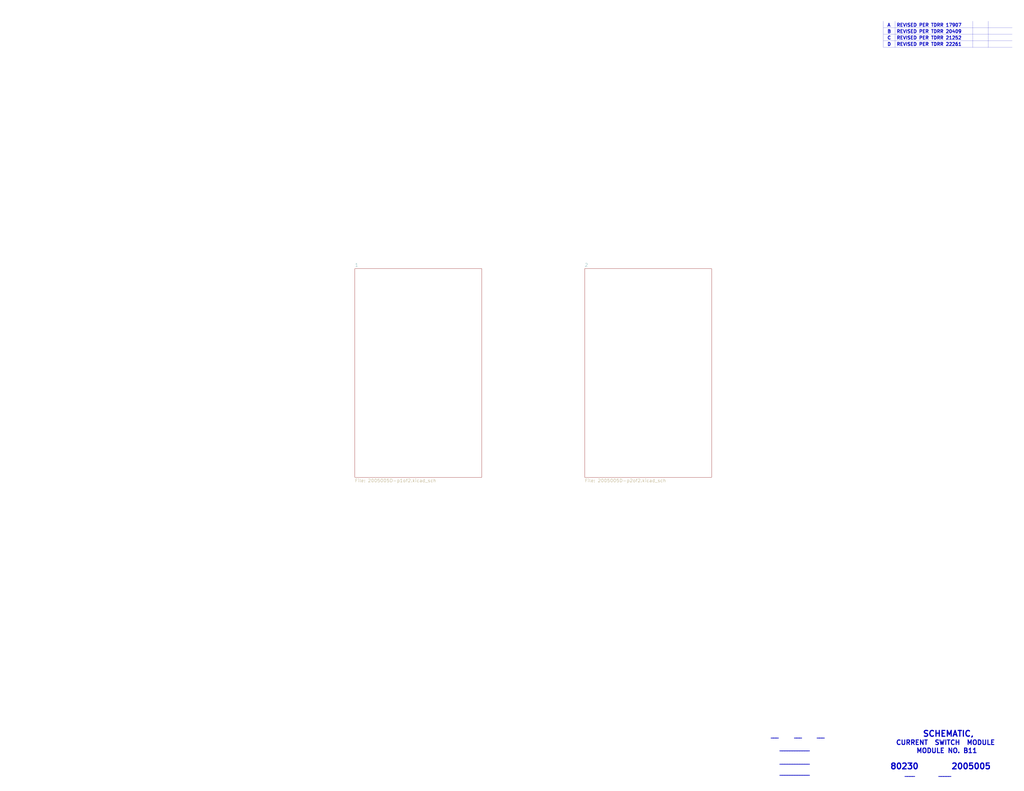
<source format=kicad_sch>
(kicad_sch (version 20211123) (generator eeschema)
  (paper "E")
  (lib_symbols)
  (polyline (pts (xy 1061.5422 23.114) (xy 1061.5422 51.816)) (stroke (width 0) (type solid)))
  (polyline (pts (xy 964.3872 51.816) (xy 1104.7222 51.816)) (stroke (width 0) (type solid)))
  (polyline (pts (xy 1078.4332 23.114) (xy 1078.4332 51.816)) (stroke (width 0) (type solid)))
  (polyline (pts (xy 1104.7222 44.323) (xy 964.1332 44.323)) (stroke (width 0) (type solid)))
  (polyline (pts (xy 976.8332 23.114) (xy 976.8332 51.816)) (stroke (width 0) (type solid)))
  (polyline (pts (xy 964.3872 37.211) (xy 1104.7222 37.211)) (stroke (width 0) (type solid)))
  (polyline (pts (xy 964.1332 30.226) (xy 1104.7222 30.226)) (stroke (width 0) (type solid)))
  (polyline (pts (xy 964.1332 23.114) (xy 964.1332 51.816)) (stroke (width 0) (type solid)))
  (text "CURRENT  SWITCH  MODULE" (at 977.5698 814.0446 0) (effects (font (size 5.08 5.08) (thickness 1.016) bold) (justify left bottom)))
  (text "MODULE NO. B11" (at 999.7948 822.9346 0) (effects (font (size 5.08 5.08) (thickness 1.016) bold) (justify left bottom)))
  (text "A" (at 968.1972 29.591 0) (effects (font (size 3.556 3.556) (thickness 0.7112) bold) (justify left bottom)))
  (text "2005005" (at 1037.8948 840.7146 0) (effects (font (size 6.35 6.35) (thickness 1.27) bold) (justify left bottom)))
  (text "___" (at 841.0448 806.4246 0) (effects (font (size 3.556 3.556) (thickness 0.7112) bold) (justify left bottom)))
  (text "C" (at 968.1972 43.561 0) (effects (font (size 3.556 3.556) (thickness 0.7112) bold) (justify left bottom)))
  (text "____________" (at 850.5698 820.3946 0) (effects (font (size 3.556 3.556) (thickness 0.7112) bold) (justify left bottom)))
  (text "D" (at 968.1972 50.546 0) (effects (font (size 3.556 3.556) (thickness 0.7112) bold) (justify left bottom)))
  (text "REVISED PER TDRR 17907" (at 978.3572 29.591 0) (effects (font (size 3.556 3.556) (thickness 0.7112) bold) (justify left bottom)))
  (text "___" (at 891.2098 806.4246 0) (effects (font (size 3.556 3.556) (thickness 0.7112) bold) (justify left bottom)))
  (text "_____" (at 1023.9248 848.3346 0) (effects (font (size 3.556 3.556) (thickness 0.7112) bold) (justify left bottom)))
  (text "REVISED PER TDRR 20409" (at 978.3572 36.576 0) (effects (font (size 3.556 3.556) (thickness 0.7112) bold) (justify left bottom)))
  (text "___" (at 866.4448 806.4246 0) (effects (font (size 3.556 3.556) (thickness 0.7112) bold) (justify left bottom)))
  (text "REVISED PER TDRR 22261" (at 978.3572 50.546 0) (effects (font (size 3.556 3.556) (thickness 0.7112) bold) (justify left bottom)))
  (text "80230" (at 971.2198 840.7146 0) (effects (font (size 6.35 6.35) (thickness 1.27) bold) (justify left bottom)))
  (text "REVISED PER TDRR 21252" (at 978.3572 43.561 0) (effects (font (size 3.556 3.556) (thickness 0.7112) bold) (justify left bottom)))
  (text "SCHEMATIC," (at 1006.7798 805.1546 0) (effects (font (size 6.35 6.35) (thickness 1.27) bold) (justify left bottom)))
  (text "B" (at 968.1972 36.576 0) (effects (font (size 3.556 3.556) (thickness 0.7112) bold) (justify left bottom)))
  (text "____" (at 987.0948 848.3346 0) (effects (font (size 3.556 3.556) (thickness 0.7112) bold) (justify left bottom)))
  (text "____________" (at 850.5698 834.9996 0) (effects (font (size 3.556 3.556) (thickness 0.7112) bold) (justify left bottom)))
  (text "____________" (at 850.5698 847.0646 0) (effects (font (size 3.556 3.556) (thickness 0.7112) bold) (justify left bottom)))
  (sheet (at 387.35 293.37) (size 138.43 227.965)
    (property "Sheet name" "1" (at 387.35 291.5154 0) (effects (font (size 3.556 3.556)) (justify left bottom)))
    (property "Sheet file" "2005005D-p1of2.kicad_sch" (at 387.35 522.834 0) (effects (font (size 3.556 3.556)) (justify left top)))
  )
  (sheet (at 638.175 293.37) (size 138.43 227.965)
    (property "Sheet name" "2" (at 638.175 291.5154 0) (effects (font (size 3.556 3.556)) (justify left bottom)))
    (property "Sheet file" "2005005D-p2of2.kicad_sch" (at 638.175 522.834 0) (effects (font (size 3.556 3.556)) (justify left top)))
  )
)
</source>
